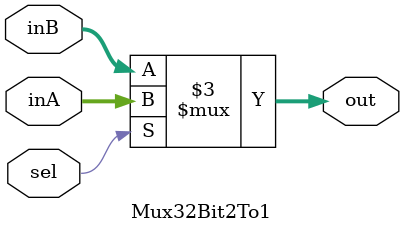
<source format=v>
`timescale 1ns / 1ps


module Mux32Bit2To1(out, inA, inB, sel);

    output reg [31:0] out;
    
    input [31:0] inA;
    input [31:0] inB;
    input sel;

    /* Fill in the implementation here ... */ 
    always @ (sel, inA, inB) begin
        if (sel)
            out <= inA;
        else
            out <= inB;
    end

endmodule

</source>
